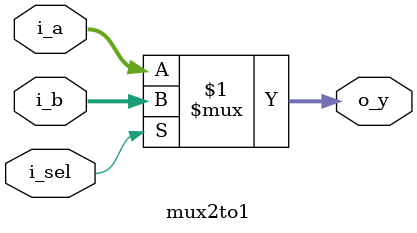
<source format=v>
module mux2to1 #(parameter WIDTH = 4) (
    input  wire [WIDTH-1:0] i_a, i_b,
    input  wire             i_sel,
    output wire [WIDTH-1:0] o_y
);
    // TODO: Implement using assign and ternary operator
    assign o_y = i_sel ? i_b : i_a;
endmodule

</source>
